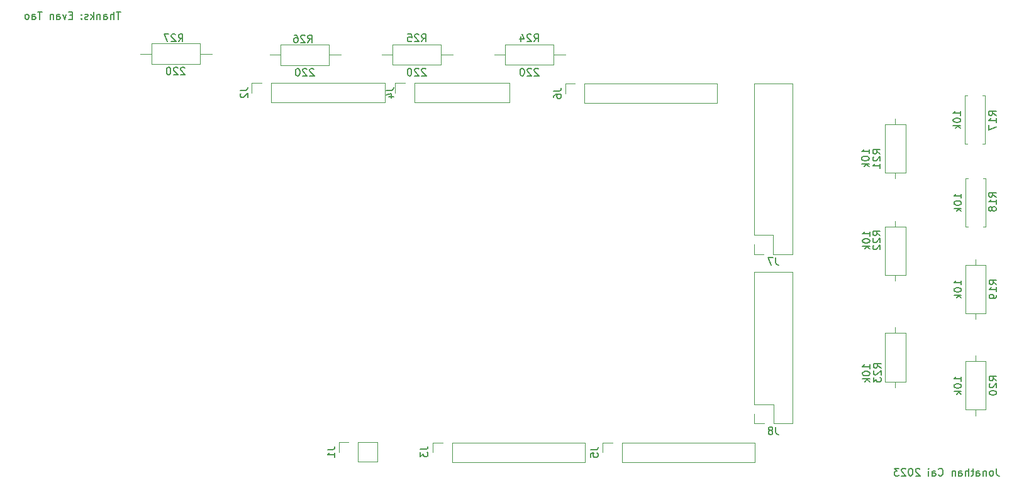
<source format=gbr>
G04 #@! TF.GenerationSoftware,KiCad,Pcbnew,7.0.2*
G04 #@! TF.CreationDate,2023-05-10T23:43:37-04:00*
G04 #@! TF.ProjectId,Tetris,54657472-6973-42e6-9b69-6361645f7063,rev?*
G04 #@! TF.SameCoordinates,Original*
G04 #@! TF.FileFunction,Legend,Bot*
G04 #@! TF.FilePolarity,Positive*
%FSLAX46Y46*%
G04 Gerber Fmt 4.6, Leading zero omitted, Abs format (unit mm)*
G04 Created by KiCad (PCBNEW 7.0.2) date 2023-05-10 23:43:37*
%MOMM*%
%LPD*%
G01*
G04 APERTURE LIST*
%ADD10C,0.150000*%
%ADD11C,0.120000*%
G04 APERTURE END LIST*
D10*
X101797620Y-71202619D02*
X101226192Y-71202619D01*
X101511906Y-72202619D02*
X101511906Y-71202619D01*
X100892858Y-72202619D02*
X100892858Y-71202619D01*
X100464287Y-72202619D02*
X100464287Y-71678809D01*
X100464287Y-71678809D02*
X100511906Y-71583571D01*
X100511906Y-71583571D02*
X100607144Y-71535952D01*
X100607144Y-71535952D02*
X100750001Y-71535952D01*
X100750001Y-71535952D02*
X100845239Y-71583571D01*
X100845239Y-71583571D02*
X100892858Y-71631190D01*
X99559525Y-72202619D02*
X99559525Y-71678809D01*
X99559525Y-71678809D02*
X99607144Y-71583571D01*
X99607144Y-71583571D02*
X99702382Y-71535952D01*
X99702382Y-71535952D02*
X99892858Y-71535952D01*
X99892858Y-71535952D02*
X99988096Y-71583571D01*
X99559525Y-72155000D02*
X99654763Y-72202619D01*
X99654763Y-72202619D02*
X99892858Y-72202619D01*
X99892858Y-72202619D02*
X99988096Y-72155000D01*
X99988096Y-72155000D02*
X100035715Y-72059761D01*
X100035715Y-72059761D02*
X100035715Y-71964523D01*
X100035715Y-71964523D02*
X99988096Y-71869285D01*
X99988096Y-71869285D02*
X99892858Y-71821666D01*
X99892858Y-71821666D02*
X99654763Y-71821666D01*
X99654763Y-71821666D02*
X99559525Y-71774047D01*
X99083334Y-71535952D02*
X99083334Y-72202619D01*
X99083334Y-71631190D02*
X99035715Y-71583571D01*
X99035715Y-71583571D02*
X98940477Y-71535952D01*
X98940477Y-71535952D02*
X98797620Y-71535952D01*
X98797620Y-71535952D02*
X98702382Y-71583571D01*
X98702382Y-71583571D02*
X98654763Y-71678809D01*
X98654763Y-71678809D02*
X98654763Y-72202619D01*
X98178572Y-72202619D02*
X98178572Y-71202619D01*
X98083334Y-71821666D02*
X97797620Y-72202619D01*
X97797620Y-71535952D02*
X98178572Y-71916904D01*
X97416667Y-72155000D02*
X97321429Y-72202619D01*
X97321429Y-72202619D02*
X97130953Y-72202619D01*
X97130953Y-72202619D02*
X97035715Y-72155000D01*
X97035715Y-72155000D02*
X96988096Y-72059761D01*
X96988096Y-72059761D02*
X96988096Y-72012142D01*
X96988096Y-72012142D02*
X97035715Y-71916904D01*
X97035715Y-71916904D02*
X97130953Y-71869285D01*
X97130953Y-71869285D02*
X97273810Y-71869285D01*
X97273810Y-71869285D02*
X97369048Y-71821666D01*
X97369048Y-71821666D02*
X97416667Y-71726428D01*
X97416667Y-71726428D02*
X97416667Y-71678809D01*
X97416667Y-71678809D02*
X97369048Y-71583571D01*
X97369048Y-71583571D02*
X97273810Y-71535952D01*
X97273810Y-71535952D02*
X97130953Y-71535952D01*
X97130953Y-71535952D02*
X97035715Y-71583571D01*
X96559524Y-72107380D02*
X96511905Y-72155000D01*
X96511905Y-72155000D02*
X96559524Y-72202619D01*
X96559524Y-72202619D02*
X96607143Y-72155000D01*
X96607143Y-72155000D02*
X96559524Y-72107380D01*
X96559524Y-72107380D02*
X96559524Y-72202619D01*
X96559524Y-71583571D02*
X96511905Y-71631190D01*
X96511905Y-71631190D02*
X96559524Y-71678809D01*
X96559524Y-71678809D02*
X96607143Y-71631190D01*
X96607143Y-71631190D02*
X96559524Y-71583571D01*
X96559524Y-71583571D02*
X96559524Y-71678809D01*
X95321429Y-71678809D02*
X94988096Y-71678809D01*
X94845239Y-72202619D02*
X95321429Y-72202619D01*
X95321429Y-72202619D02*
X95321429Y-71202619D01*
X95321429Y-71202619D02*
X94845239Y-71202619D01*
X94511905Y-71535952D02*
X94273810Y-72202619D01*
X94273810Y-72202619D02*
X94035715Y-71535952D01*
X93226191Y-72202619D02*
X93226191Y-71678809D01*
X93226191Y-71678809D02*
X93273810Y-71583571D01*
X93273810Y-71583571D02*
X93369048Y-71535952D01*
X93369048Y-71535952D02*
X93559524Y-71535952D01*
X93559524Y-71535952D02*
X93654762Y-71583571D01*
X93226191Y-72155000D02*
X93321429Y-72202619D01*
X93321429Y-72202619D02*
X93559524Y-72202619D01*
X93559524Y-72202619D02*
X93654762Y-72155000D01*
X93654762Y-72155000D02*
X93702381Y-72059761D01*
X93702381Y-72059761D02*
X93702381Y-71964523D01*
X93702381Y-71964523D02*
X93654762Y-71869285D01*
X93654762Y-71869285D02*
X93559524Y-71821666D01*
X93559524Y-71821666D02*
X93321429Y-71821666D01*
X93321429Y-71821666D02*
X93226191Y-71774047D01*
X92750000Y-71535952D02*
X92750000Y-72202619D01*
X92750000Y-71631190D02*
X92702381Y-71583571D01*
X92702381Y-71583571D02*
X92607143Y-71535952D01*
X92607143Y-71535952D02*
X92464286Y-71535952D01*
X92464286Y-71535952D02*
X92369048Y-71583571D01*
X92369048Y-71583571D02*
X92321429Y-71678809D01*
X92321429Y-71678809D02*
X92321429Y-72202619D01*
X91226190Y-71202619D02*
X90654762Y-71202619D01*
X90940476Y-72202619D02*
X90940476Y-71202619D01*
X89892857Y-72202619D02*
X89892857Y-71678809D01*
X89892857Y-71678809D02*
X89940476Y-71583571D01*
X89940476Y-71583571D02*
X90035714Y-71535952D01*
X90035714Y-71535952D02*
X90226190Y-71535952D01*
X90226190Y-71535952D02*
X90321428Y-71583571D01*
X89892857Y-72155000D02*
X89988095Y-72202619D01*
X89988095Y-72202619D02*
X90226190Y-72202619D01*
X90226190Y-72202619D02*
X90321428Y-72155000D01*
X90321428Y-72155000D02*
X90369047Y-72059761D01*
X90369047Y-72059761D02*
X90369047Y-71964523D01*
X90369047Y-71964523D02*
X90321428Y-71869285D01*
X90321428Y-71869285D02*
X90226190Y-71821666D01*
X90226190Y-71821666D02*
X89988095Y-71821666D01*
X89988095Y-71821666D02*
X89892857Y-71774047D01*
X89273809Y-72202619D02*
X89369047Y-72155000D01*
X89369047Y-72155000D02*
X89416666Y-72107380D01*
X89416666Y-72107380D02*
X89464285Y-72012142D01*
X89464285Y-72012142D02*
X89464285Y-71726428D01*
X89464285Y-71726428D02*
X89416666Y-71631190D01*
X89416666Y-71631190D02*
X89369047Y-71583571D01*
X89369047Y-71583571D02*
X89273809Y-71535952D01*
X89273809Y-71535952D02*
X89130952Y-71535952D01*
X89130952Y-71535952D02*
X89035714Y-71583571D01*
X89035714Y-71583571D02*
X88988095Y-71631190D01*
X88988095Y-71631190D02*
X88940476Y-71726428D01*
X88940476Y-71726428D02*
X88940476Y-72012142D01*
X88940476Y-72012142D02*
X88988095Y-72107380D01*
X88988095Y-72107380D02*
X89035714Y-72155000D01*
X89035714Y-72155000D02*
X89130952Y-72202619D01*
X89130952Y-72202619D02*
X89273809Y-72202619D01*
X219726190Y-132752619D02*
X219726190Y-133466904D01*
X219726190Y-133466904D02*
X219773809Y-133609761D01*
X219773809Y-133609761D02*
X219869047Y-133705000D01*
X219869047Y-133705000D02*
X220011904Y-133752619D01*
X220011904Y-133752619D02*
X220107142Y-133752619D01*
X219107142Y-133752619D02*
X219202380Y-133705000D01*
X219202380Y-133705000D02*
X219249999Y-133657380D01*
X219249999Y-133657380D02*
X219297618Y-133562142D01*
X219297618Y-133562142D02*
X219297618Y-133276428D01*
X219297618Y-133276428D02*
X219249999Y-133181190D01*
X219249999Y-133181190D02*
X219202380Y-133133571D01*
X219202380Y-133133571D02*
X219107142Y-133085952D01*
X219107142Y-133085952D02*
X218964285Y-133085952D01*
X218964285Y-133085952D02*
X218869047Y-133133571D01*
X218869047Y-133133571D02*
X218821428Y-133181190D01*
X218821428Y-133181190D02*
X218773809Y-133276428D01*
X218773809Y-133276428D02*
X218773809Y-133562142D01*
X218773809Y-133562142D02*
X218821428Y-133657380D01*
X218821428Y-133657380D02*
X218869047Y-133705000D01*
X218869047Y-133705000D02*
X218964285Y-133752619D01*
X218964285Y-133752619D02*
X219107142Y-133752619D01*
X218345237Y-133085952D02*
X218345237Y-133752619D01*
X218345237Y-133181190D02*
X218297618Y-133133571D01*
X218297618Y-133133571D02*
X218202380Y-133085952D01*
X218202380Y-133085952D02*
X218059523Y-133085952D01*
X218059523Y-133085952D02*
X217964285Y-133133571D01*
X217964285Y-133133571D02*
X217916666Y-133228809D01*
X217916666Y-133228809D02*
X217916666Y-133752619D01*
X217011904Y-133752619D02*
X217011904Y-133228809D01*
X217011904Y-133228809D02*
X217059523Y-133133571D01*
X217059523Y-133133571D02*
X217154761Y-133085952D01*
X217154761Y-133085952D02*
X217345237Y-133085952D01*
X217345237Y-133085952D02*
X217440475Y-133133571D01*
X217011904Y-133705000D02*
X217107142Y-133752619D01*
X217107142Y-133752619D02*
X217345237Y-133752619D01*
X217345237Y-133752619D02*
X217440475Y-133705000D01*
X217440475Y-133705000D02*
X217488094Y-133609761D01*
X217488094Y-133609761D02*
X217488094Y-133514523D01*
X217488094Y-133514523D02*
X217440475Y-133419285D01*
X217440475Y-133419285D02*
X217345237Y-133371666D01*
X217345237Y-133371666D02*
X217107142Y-133371666D01*
X217107142Y-133371666D02*
X217011904Y-133324047D01*
X216678570Y-133085952D02*
X216297618Y-133085952D01*
X216535713Y-132752619D02*
X216535713Y-133609761D01*
X216535713Y-133609761D02*
X216488094Y-133705000D01*
X216488094Y-133705000D02*
X216392856Y-133752619D01*
X216392856Y-133752619D02*
X216297618Y-133752619D01*
X215964284Y-133752619D02*
X215964284Y-132752619D01*
X215535713Y-133752619D02*
X215535713Y-133228809D01*
X215535713Y-133228809D02*
X215583332Y-133133571D01*
X215583332Y-133133571D02*
X215678570Y-133085952D01*
X215678570Y-133085952D02*
X215821427Y-133085952D01*
X215821427Y-133085952D02*
X215916665Y-133133571D01*
X215916665Y-133133571D02*
X215964284Y-133181190D01*
X214630951Y-133752619D02*
X214630951Y-133228809D01*
X214630951Y-133228809D02*
X214678570Y-133133571D01*
X214678570Y-133133571D02*
X214773808Y-133085952D01*
X214773808Y-133085952D02*
X214964284Y-133085952D01*
X214964284Y-133085952D02*
X215059522Y-133133571D01*
X214630951Y-133705000D02*
X214726189Y-133752619D01*
X214726189Y-133752619D02*
X214964284Y-133752619D01*
X214964284Y-133752619D02*
X215059522Y-133705000D01*
X215059522Y-133705000D02*
X215107141Y-133609761D01*
X215107141Y-133609761D02*
X215107141Y-133514523D01*
X215107141Y-133514523D02*
X215059522Y-133419285D01*
X215059522Y-133419285D02*
X214964284Y-133371666D01*
X214964284Y-133371666D02*
X214726189Y-133371666D01*
X214726189Y-133371666D02*
X214630951Y-133324047D01*
X214154760Y-133085952D02*
X214154760Y-133752619D01*
X214154760Y-133181190D02*
X214107141Y-133133571D01*
X214107141Y-133133571D02*
X214011903Y-133085952D01*
X214011903Y-133085952D02*
X213869046Y-133085952D01*
X213869046Y-133085952D02*
X213773808Y-133133571D01*
X213773808Y-133133571D02*
X213726189Y-133228809D01*
X213726189Y-133228809D02*
X213726189Y-133752619D01*
X211916665Y-133657380D02*
X211964284Y-133705000D01*
X211964284Y-133705000D02*
X212107141Y-133752619D01*
X212107141Y-133752619D02*
X212202379Y-133752619D01*
X212202379Y-133752619D02*
X212345236Y-133705000D01*
X212345236Y-133705000D02*
X212440474Y-133609761D01*
X212440474Y-133609761D02*
X212488093Y-133514523D01*
X212488093Y-133514523D02*
X212535712Y-133324047D01*
X212535712Y-133324047D02*
X212535712Y-133181190D01*
X212535712Y-133181190D02*
X212488093Y-132990714D01*
X212488093Y-132990714D02*
X212440474Y-132895476D01*
X212440474Y-132895476D02*
X212345236Y-132800238D01*
X212345236Y-132800238D02*
X212202379Y-132752619D01*
X212202379Y-132752619D02*
X212107141Y-132752619D01*
X212107141Y-132752619D02*
X211964284Y-132800238D01*
X211964284Y-132800238D02*
X211916665Y-132847857D01*
X211059522Y-133752619D02*
X211059522Y-133228809D01*
X211059522Y-133228809D02*
X211107141Y-133133571D01*
X211107141Y-133133571D02*
X211202379Y-133085952D01*
X211202379Y-133085952D02*
X211392855Y-133085952D01*
X211392855Y-133085952D02*
X211488093Y-133133571D01*
X211059522Y-133705000D02*
X211154760Y-133752619D01*
X211154760Y-133752619D02*
X211392855Y-133752619D01*
X211392855Y-133752619D02*
X211488093Y-133705000D01*
X211488093Y-133705000D02*
X211535712Y-133609761D01*
X211535712Y-133609761D02*
X211535712Y-133514523D01*
X211535712Y-133514523D02*
X211488093Y-133419285D01*
X211488093Y-133419285D02*
X211392855Y-133371666D01*
X211392855Y-133371666D02*
X211154760Y-133371666D01*
X211154760Y-133371666D02*
X211059522Y-133324047D01*
X210583331Y-133752619D02*
X210583331Y-133085952D01*
X210583331Y-132752619D02*
X210630950Y-132800238D01*
X210630950Y-132800238D02*
X210583331Y-132847857D01*
X210583331Y-132847857D02*
X210535712Y-132800238D01*
X210535712Y-132800238D02*
X210583331Y-132752619D01*
X210583331Y-132752619D02*
X210583331Y-132847857D01*
X209392855Y-132847857D02*
X209345236Y-132800238D01*
X209345236Y-132800238D02*
X209249998Y-132752619D01*
X209249998Y-132752619D02*
X209011903Y-132752619D01*
X209011903Y-132752619D02*
X208916665Y-132800238D01*
X208916665Y-132800238D02*
X208869046Y-132847857D01*
X208869046Y-132847857D02*
X208821427Y-132943095D01*
X208821427Y-132943095D02*
X208821427Y-133038333D01*
X208821427Y-133038333D02*
X208869046Y-133181190D01*
X208869046Y-133181190D02*
X209440474Y-133752619D01*
X209440474Y-133752619D02*
X208821427Y-133752619D01*
X208202379Y-132752619D02*
X208107141Y-132752619D01*
X208107141Y-132752619D02*
X208011903Y-132800238D01*
X208011903Y-132800238D02*
X207964284Y-132847857D01*
X207964284Y-132847857D02*
X207916665Y-132943095D01*
X207916665Y-132943095D02*
X207869046Y-133133571D01*
X207869046Y-133133571D02*
X207869046Y-133371666D01*
X207869046Y-133371666D02*
X207916665Y-133562142D01*
X207916665Y-133562142D02*
X207964284Y-133657380D01*
X207964284Y-133657380D02*
X208011903Y-133705000D01*
X208011903Y-133705000D02*
X208107141Y-133752619D01*
X208107141Y-133752619D02*
X208202379Y-133752619D01*
X208202379Y-133752619D02*
X208297617Y-133705000D01*
X208297617Y-133705000D02*
X208345236Y-133657380D01*
X208345236Y-133657380D02*
X208392855Y-133562142D01*
X208392855Y-133562142D02*
X208440474Y-133371666D01*
X208440474Y-133371666D02*
X208440474Y-133133571D01*
X208440474Y-133133571D02*
X208392855Y-132943095D01*
X208392855Y-132943095D02*
X208345236Y-132847857D01*
X208345236Y-132847857D02*
X208297617Y-132800238D01*
X208297617Y-132800238D02*
X208202379Y-132752619D01*
X207488093Y-132847857D02*
X207440474Y-132800238D01*
X207440474Y-132800238D02*
X207345236Y-132752619D01*
X207345236Y-132752619D02*
X207107141Y-132752619D01*
X207107141Y-132752619D02*
X207011903Y-132800238D01*
X207011903Y-132800238D02*
X206964284Y-132847857D01*
X206964284Y-132847857D02*
X206916665Y-132943095D01*
X206916665Y-132943095D02*
X206916665Y-133038333D01*
X206916665Y-133038333D02*
X206964284Y-133181190D01*
X206964284Y-133181190D02*
X207535712Y-133752619D01*
X207535712Y-133752619D02*
X206916665Y-133752619D01*
X206583331Y-132752619D02*
X205964284Y-132752619D01*
X205964284Y-132752619D02*
X206297617Y-133133571D01*
X206297617Y-133133571D02*
X206154760Y-133133571D01*
X206154760Y-133133571D02*
X206059522Y-133181190D01*
X206059522Y-133181190D02*
X206011903Y-133228809D01*
X206011903Y-133228809D02*
X205964284Y-133324047D01*
X205964284Y-133324047D02*
X205964284Y-133562142D01*
X205964284Y-133562142D02*
X206011903Y-133657380D01*
X206011903Y-133657380D02*
X206059522Y-133705000D01*
X206059522Y-133705000D02*
X206154760Y-133752619D01*
X206154760Y-133752619D02*
X206440474Y-133752619D01*
X206440474Y-133752619D02*
X206535712Y-133705000D01*
X206535712Y-133705000D02*
X206583331Y-133657380D01*
G04 #@! TO.C,J7*
X189995333Y-104322619D02*
X189995333Y-105036904D01*
X189995333Y-105036904D02*
X190042952Y-105179761D01*
X190042952Y-105179761D02*
X190138190Y-105275000D01*
X190138190Y-105275000D02*
X190281047Y-105322619D01*
X190281047Y-105322619D02*
X190376285Y-105322619D01*
X189614380Y-104322619D02*
X188947714Y-104322619D01*
X188947714Y-104322619D02*
X189376285Y-105322619D01*
G04 #@! TO.C,R27*
X109592857Y-75212619D02*
X109926190Y-74736428D01*
X110164285Y-75212619D02*
X110164285Y-74212619D01*
X110164285Y-74212619D02*
X109783333Y-74212619D01*
X109783333Y-74212619D02*
X109688095Y-74260238D01*
X109688095Y-74260238D02*
X109640476Y-74307857D01*
X109640476Y-74307857D02*
X109592857Y-74403095D01*
X109592857Y-74403095D02*
X109592857Y-74545952D01*
X109592857Y-74545952D02*
X109640476Y-74641190D01*
X109640476Y-74641190D02*
X109688095Y-74688809D01*
X109688095Y-74688809D02*
X109783333Y-74736428D01*
X109783333Y-74736428D02*
X110164285Y-74736428D01*
X109211904Y-74307857D02*
X109164285Y-74260238D01*
X109164285Y-74260238D02*
X109069047Y-74212619D01*
X109069047Y-74212619D02*
X108830952Y-74212619D01*
X108830952Y-74212619D02*
X108735714Y-74260238D01*
X108735714Y-74260238D02*
X108688095Y-74307857D01*
X108688095Y-74307857D02*
X108640476Y-74403095D01*
X108640476Y-74403095D02*
X108640476Y-74498333D01*
X108640476Y-74498333D02*
X108688095Y-74641190D01*
X108688095Y-74641190D02*
X109259523Y-75212619D01*
X109259523Y-75212619D02*
X108640476Y-75212619D01*
X108307142Y-74212619D02*
X107640476Y-74212619D01*
X107640476Y-74212619D02*
X108069047Y-75212619D01*
X110458094Y-78777857D02*
X110410475Y-78730238D01*
X110410475Y-78730238D02*
X110315237Y-78682619D01*
X110315237Y-78682619D02*
X110077142Y-78682619D01*
X110077142Y-78682619D02*
X109981904Y-78730238D01*
X109981904Y-78730238D02*
X109934285Y-78777857D01*
X109934285Y-78777857D02*
X109886666Y-78873095D01*
X109886666Y-78873095D02*
X109886666Y-78968333D01*
X109886666Y-78968333D02*
X109934285Y-79111190D01*
X109934285Y-79111190D02*
X110505713Y-79682619D01*
X110505713Y-79682619D02*
X109886666Y-79682619D01*
X109505713Y-78777857D02*
X109458094Y-78730238D01*
X109458094Y-78730238D02*
X109362856Y-78682619D01*
X109362856Y-78682619D02*
X109124761Y-78682619D01*
X109124761Y-78682619D02*
X109029523Y-78730238D01*
X109029523Y-78730238D02*
X108981904Y-78777857D01*
X108981904Y-78777857D02*
X108934285Y-78873095D01*
X108934285Y-78873095D02*
X108934285Y-78968333D01*
X108934285Y-78968333D02*
X108981904Y-79111190D01*
X108981904Y-79111190D02*
X109553332Y-79682619D01*
X109553332Y-79682619D02*
X108934285Y-79682619D01*
X108315237Y-78682619D02*
X108219999Y-78682619D01*
X108219999Y-78682619D02*
X108124761Y-78730238D01*
X108124761Y-78730238D02*
X108077142Y-78777857D01*
X108077142Y-78777857D02*
X108029523Y-78873095D01*
X108029523Y-78873095D02*
X107981904Y-79063571D01*
X107981904Y-79063571D02*
X107981904Y-79301666D01*
X107981904Y-79301666D02*
X108029523Y-79492142D01*
X108029523Y-79492142D02*
X108077142Y-79587380D01*
X108077142Y-79587380D02*
X108124761Y-79635000D01*
X108124761Y-79635000D02*
X108219999Y-79682619D01*
X108219999Y-79682619D02*
X108315237Y-79682619D01*
X108315237Y-79682619D02*
X108410475Y-79635000D01*
X108410475Y-79635000D02*
X108458094Y-79587380D01*
X108458094Y-79587380D02*
X108505713Y-79492142D01*
X108505713Y-79492142D02*
X108553332Y-79301666D01*
X108553332Y-79301666D02*
X108553332Y-79063571D01*
X108553332Y-79063571D02*
X108505713Y-78873095D01*
X108505713Y-78873095D02*
X108458094Y-78777857D01*
X108458094Y-78777857D02*
X108410475Y-78730238D01*
X108410475Y-78730238D02*
X108315237Y-78682619D01*
G04 #@! TO.C,J8*
X190013333Y-127172619D02*
X190013333Y-127886904D01*
X190013333Y-127886904D02*
X190060952Y-128029761D01*
X190060952Y-128029761D02*
X190156190Y-128125000D01*
X190156190Y-128125000D02*
X190299047Y-128172619D01*
X190299047Y-128172619D02*
X190394285Y-128172619D01*
X189394285Y-127601190D02*
X189489523Y-127553571D01*
X189489523Y-127553571D02*
X189537142Y-127505952D01*
X189537142Y-127505952D02*
X189584761Y-127410714D01*
X189584761Y-127410714D02*
X189584761Y-127363095D01*
X189584761Y-127363095D02*
X189537142Y-127267857D01*
X189537142Y-127267857D02*
X189489523Y-127220238D01*
X189489523Y-127220238D02*
X189394285Y-127172619D01*
X189394285Y-127172619D02*
X189203809Y-127172619D01*
X189203809Y-127172619D02*
X189108571Y-127220238D01*
X189108571Y-127220238D02*
X189060952Y-127267857D01*
X189060952Y-127267857D02*
X189013333Y-127363095D01*
X189013333Y-127363095D02*
X189013333Y-127410714D01*
X189013333Y-127410714D02*
X189060952Y-127505952D01*
X189060952Y-127505952D02*
X189108571Y-127553571D01*
X189108571Y-127553571D02*
X189203809Y-127601190D01*
X189203809Y-127601190D02*
X189394285Y-127601190D01*
X189394285Y-127601190D02*
X189489523Y-127648809D01*
X189489523Y-127648809D02*
X189537142Y-127696428D01*
X189537142Y-127696428D02*
X189584761Y-127791666D01*
X189584761Y-127791666D02*
X189584761Y-127982142D01*
X189584761Y-127982142D02*
X189537142Y-128077380D01*
X189537142Y-128077380D02*
X189489523Y-128125000D01*
X189489523Y-128125000D02*
X189394285Y-128172619D01*
X189394285Y-128172619D02*
X189203809Y-128172619D01*
X189203809Y-128172619D02*
X189108571Y-128125000D01*
X189108571Y-128125000D02*
X189060952Y-128077380D01*
X189060952Y-128077380D02*
X189013333Y-127982142D01*
X189013333Y-127982142D02*
X189013333Y-127791666D01*
X189013333Y-127791666D02*
X189060952Y-127696428D01*
X189060952Y-127696428D02*
X189108571Y-127648809D01*
X189108571Y-127648809D02*
X189203809Y-127601190D01*
G04 #@! TO.C,J2*
X117932619Y-81766666D02*
X118646904Y-81766666D01*
X118646904Y-81766666D02*
X118789761Y-81719047D01*
X118789761Y-81719047D02*
X118885000Y-81623809D01*
X118885000Y-81623809D02*
X118932619Y-81480952D01*
X118932619Y-81480952D02*
X118932619Y-81385714D01*
X118027857Y-82195238D02*
X117980238Y-82242857D01*
X117980238Y-82242857D02*
X117932619Y-82338095D01*
X117932619Y-82338095D02*
X117932619Y-82576190D01*
X117932619Y-82576190D02*
X117980238Y-82671428D01*
X117980238Y-82671428D02*
X118027857Y-82719047D01*
X118027857Y-82719047D02*
X118123095Y-82766666D01*
X118123095Y-82766666D02*
X118218333Y-82766666D01*
X118218333Y-82766666D02*
X118361190Y-82719047D01*
X118361190Y-82719047D02*
X118932619Y-82147619D01*
X118932619Y-82147619D02*
X118932619Y-82766666D01*
G04 #@! TO.C,R19*
X219732619Y-107957142D02*
X219256428Y-107623809D01*
X219732619Y-107385714D02*
X218732619Y-107385714D01*
X218732619Y-107385714D02*
X218732619Y-107766666D01*
X218732619Y-107766666D02*
X218780238Y-107861904D01*
X218780238Y-107861904D02*
X218827857Y-107909523D01*
X218827857Y-107909523D02*
X218923095Y-107957142D01*
X218923095Y-107957142D02*
X219065952Y-107957142D01*
X219065952Y-107957142D02*
X219161190Y-107909523D01*
X219161190Y-107909523D02*
X219208809Y-107861904D01*
X219208809Y-107861904D02*
X219256428Y-107766666D01*
X219256428Y-107766666D02*
X219256428Y-107385714D01*
X219732619Y-108909523D02*
X219732619Y-108338095D01*
X219732619Y-108623809D02*
X218732619Y-108623809D01*
X218732619Y-108623809D02*
X218875476Y-108528571D01*
X218875476Y-108528571D02*
X218970714Y-108433333D01*
X218970714Y-108433333D02*
X219018333Y-108338095D01*
X219732619Y-109385714D02*
X219732619Y-109576190D01*
X219732619Y-109576190D02*
X219685000Y-109671428D01*
X219685000Y-109671428D02*
X219637380Y-109719047D01*
X219637380Y-109719047D02*
X219494523Y-109814285D01*
X219494523Y-109814285D02*
X219304047Y-109861904D01*
X219304047Y-109861904D02*
X218923095Y-109861904D01*
X218923095Y-109861904D02*
X218827857Y-109814285D01*
X218827857Y-109814285D02*
X218780238Y-109766666D01*
X218780238Y-109766666D02*
X218732619Y-109671428D01*
X218732619Y-109671428D02*
X218732619Y-109480952D01*
X218732619Y-109480952D02*
X218780238Y-109385714D01*
X218780238Y-109385714D02*
X218827857Y-109338095D01*
X218827857Y-109338095D02*
X218923095Y-109290476D01*
X218923095Y-109290476D02*
X219161190Y-109290476D01*
X219161190Y-109290476D02*
X219256428Y-109338095D01*
X219256428Y-109338095D02*
X219304047Y-109385714D01*
X219304047Y-109385714D02*
X219351666Y-109480952D01*
X219351666Y-109480952D02*
X219351666Y-109671428D01*
X219351666Y-109671428D02*
X219304047Y-109766666D01*
X219304047Y-109766666D02*
X219256428Y-109814285D01*
X219256428Y-109814285D02*
X219161190Y-109861904D01*
X214992619Y-108004761D02*
X214992619Y-107433333D01*
X214992619Y-107719047D02*
X213992619Y-107719047D01*
X213992619Y-107719047D02*
X214135476Y-107623809D01*
X214135476Y-107623809D02*
X214230714Y-107528571D01*
X214230714Y-107528571D02*
X214278333Y-107433333D01*
X213992619Y-108623809D02*
X213992619Y-108719047D01*
X213992619Y-108719047D02*
X214040238Y-108814285D01*
X214040238Y-108814285D02*
X214087857Y-108861904D01*
X214087857Y-108861904D02*
X214183095Y-108909523D01*
X214183095Y-108909523D02*
X214373571Y-108957142D01*
X214373571Y-108957142D02*
X214611666Y-108957142D01*
X214611666Y-108957142D02*
X214802142Y-108909523D01*
X214802142Y-108909523D02*
X214897380Y-108861904D01*
X214897380Y-108861904D02*
X214945000Y-108814285D01*
X214945000Y-108814285D02*
X214992619Y-108719047D01*
X214992619Y-108719047D02*
X214992619Y-108623809D01*
X214992619Y-108623809D02*
X214945000Y-108528571D01*
X214945000Y-108528571D02*
X214897380Y-108480952D01*
X214897380Y-108480952D02*
X214802142Y-108433333D01*
X214802142Y-108433333D02*
X214611666Y-108385714D01*
X214611666Y-108385714D02*
X214373571Y-108385714D01*
X214373571Y-108385714D02*
X214183095Y-108433333D01*
X214183095Y-108433333D02*
X214087857Y-108480952D01*
X214087857Y-108480952D02*
X214040238Y-108528571D01*
X214040238Y-108528571D02*
X213992619Y-108623809D01*
X214992619Y-109385714D02*
X213992619Y-109385714D01*
X214611666Y-109480952D02*
X214992619Y-109766666D01*
X214325952Y-109766666D02*
X214706904Y-109385714D01*
G04 #@! TO.C,J1*
X129657619Y-130216666D02*
X130371904Y-130216666D01*
X130371904Y-130216666D02*
X130514761Y-130169047D01*
X130514761Y-130169047D02*
X130610000Y-130073809D01*
X130610000Y-130073809D02*
X130657619Y-129930952D01*
X130657619Y-129930952D02*
X130657619Y-129835714D01*
X130657619Y-131216666D02*
X130657619Y-130645238D01*
X130657619Y-130930952D02*
X129657619Y-130930952D01*
X129657619Y-130930952D02*
X129800476Y-130835714D01*
X129800476Y-130835714D02*
X129895714Y-130740476D01*
X129895714Y-130740476D02*
X129943333Y-130645238D01*
G04 #@! TO.C,R25*
X142332857Y-75212619D02*
X142666190Y-74736428D01*
X142904285Y-75212619D02*
X142904285Y-74212619D01*
X142904285Y-74212619D02*
X142523333Y-74212619D01*
X142523333Y-74212619D02*
X142428095Y-74260238D01*
X142428095Y-74260238D02*
X142380476Y-74307857D01*
X142380476Y-74307857D02*
X142332857Y-74403095D01*
X142332857Y-74403095D02*
X142332857Y-74545952D01*
X142332857Y-74545952D02*
X142380476Y-74641190D01*
X142380476Y-74641190D02*
X142428095Y-74688809D01*
X142428095Y-74688809D02*
X142523333Y-74736428D01*
X142523333Y-74736428D02*
X142904285Y-74736428D01*
X141951904Y-74307857D02*
X141904285Y-74260238D01*
X141904285Y-74260238D02*
X141809047Y-74212619D01*
X141809047Y-74212619D02*
X141570952Y-74212619D01*
X141570952Y-74212619D02*
X141475714Y-74260238D01*
X141475714Y-74260238D02*
X141428095Y-74307857D01*
X141428095Y-74307857D02*
X141380476Y-74403095D01*
X141380476Y-74403095D02*
X141380476Y-74498333D01*
X141380476Y-74498333D02*
X141428095Y-74641190D01*
X141428095Y-74641190D02*
X141999523Y-75212619D01*
X141999523Y-75212619D02*
X141380476Y-75212619D01*
X140475714Y-74212619D02*
X140951904Y-74212619D01*
X140951904Y-74212619D02*
X140999523Y-74688809D01*
X140999523Y-74688809D02*
X140951904Y-74641190D01*
X140951904Y-74641190D02*
X140856666Y-74593571D01*
X140856666Y-74593571D02*
X140618571Y-74593571D01*
X140618571Y-74593571D02*
X140523333Y-74641190D01*
X140523333Y-74641190D02*
X140475714Y-74688809D01*
X140475714Y-74688809D02*
X140428095Y-74784047D01*
X140428095Y-74784047D02*
X140428095Y-75022142D01*
X140428095Y-75022142D02*
X140475714Y-75117380D01*
X140475714Y-75117380D02*
X140523333Y-75165000D01*
X140523333Y-75165000D02*
X140618571Y-75212619D01*
X140618571Y-75212619D02*
X140856666Y-75212619D01*
X140856666Y-75212619D02*
X140951904Y-75165000D01*
X140951904Y-75165000D02*
X140999523Y-75117380D01*
X142898094Y-78927857D02*
X142850475Y-78880238D01*
X142850475Y-78880238D02*
X142755237Y-78832619D01*
X142755237Y-78832619D02*
X142517142Y-78832619D01*
X142517142Y-78832619D02*
X142421904Y-78880238D01*
X142421904Y-78880238D02*
X142374285Y-78927857D01*
X142374285Y-78927857D02*
X142326666Y-79023095D01*
X142326666Y-79023095D02*
X142326666Y-79118333D01*
X142326666Y-79118333D02*
X142374285Y-79261190D01*
X142374285Y-79261190D02*
X142945713Y-79832619D01*
X142945713Y-79832619D02*
X142326666Y-79832619D01*
X141945713Y-78927857D02*
X141898094Y-78880238D01*
X141898094Y-78880238D02*
X141802856Y-78832619D01*
X141802856Y-78832619D02*
X141564761Y-78832619D01*
X141564761Y-78832619D02*
X141469523Y-78880238D01*
X141469523Y-78880238D02*
X141421904Y-78927857D01*
X141421904Y-78927857D02*
X141374285Y-79023095D01*
X141374285Y-79023095D02*
X141374285Y-79118333D01*
X141374285Y-79118333D02*
X141421904Y-79261190D01*
X141421904Y-79261190D02*
X141993332Y-79832619D01*
X141993332Y-79832619D02*
X141374285Y-79832619D01*
X140755237Y-78832619D02*
X140659999Y-78832619D01*
X140659999Y-78832619D02*
X140564761Y-78880238D01*
X140564761Y-78880238D02*
X140517142Y-78927857D01*
X140517142Y-78927857D02*
X140469523Y-79023095D01*
X140469523Y-79023095D02*
X140421904Y-79213571D01*
X140421904Y-79213571D02*
X140421904Y-79451666D01*
X140421904Y-79451666D02*
X140469523Y-79642142D01*
X140469523Y-79642142D02*
X140517142Y-79737380D01*
X140517142Y-79737380D02*
X140564761Y-79785000D01*
X140564761Y-79785000D02*
X140659999Y-79832619D01*
X140659999Y-79832619D02*
X140755237Y-79832619D01*
X140755237Y-79832619D02*
X140850475Y-79785000D01*
X140850475Y-79785000D02*
X140898094Y-79737380D01*
X140898094Y-79737380D02*
X140945713Y-79642142D01*
X140945713Y-79642142D02*
X140993332Y-79451666D01*
X140993332Y-79451666D02*
X140993332Y-79213571D01*
X140993332Y-79213571D02*
X140945713Y-79023095D01*
X140945713Y-79023095D02*
X140898094Y-78927857D01*
X140898094Y-78927857D02*
X140850475Y-78880238D01*
X140850475Y-78880238D02*
X140755237Y-78832619D01*
G04 #@! TO.C,R18*
X219662619Y-96157142D02*
X219186428Y-95823809D01*
X219662619Y-95585714D02*
X218662619Y-95585714D01*
X218662619Y-95585714D02*
X218662619Y-95966666D01*
X218662619Y-95966666D02*
X218710238Y-96061904D01*
X218710238Y-96061904D02*
X218757857Y-96109523D01*
X218757857Y-96109523D02*
X218853095Y-96157142D01*
X218853095Y-96157142D02*
X218995952Y-96157142D01*
X218995952Y-96157142D02*
X219091190Y-96109523D01*
X219091190Y-96109523D02*
X219138809Y-96061904D01*
X219138809Y-96061904D02*
X219186428Y-95966666D01*
X219186428Y-95966666D02*
X219186428Y-95585714D01*
X219662619Y-97109523D02*
X219662619Y-96538095D01*
X219662619Y-96823809D02*
X218662619Y-96823809D01*
X218662619Y-96823809D02*
X218805476Y-96728571D01*
X218805476Y-96728571D02*
X218900714Y-96633333D01*
X218900714Y-96633333D02*
X218948333Y-96538095D01*
X219091190Y-97680952D02*
X219043571Y-97585714D01*
X219043571Y-97585714D02*
X218995952Y-97538095D01*
X218995952Y-97538095D02*
X218900714Y-97490476D01*
X218900714Y-97490476D02*
X218853095Y-97490476D01*
X218853095Y-97490476D02*
X218757857Y-97538095D01*
X218757857Y-97538095D02*
X218710238Y-97585714D01*
X218710238Y-97585714D02*
X218662619Y-97680952D01*
X218662619Y-97680952D02*
X218662619Y-97871428D01*
X218662619Y-97871428D02*
X218710238Y-97966666D01*
X218710238Y-97966666D02*
X218757857Y-98014285D01*
X218757857Y-98014285D02*
X218853095Y-98061904D01*
X218853095Y-98061904D02*
X218900714Y-98061904D01*
X218900714Y-98061904D02*
X218995952Y-98014285D01*
X218995952Y-98014285D02*
X219043571Y-97966666D01*
X219043571Y-97966666D02*
X219091190Y-97871428D01*
X219091190Y-97871428D02*
X219091190Y-97680952D01*
X219091190Y-97680952D02*
X219138809Y-97585714D01*
X219138809Y-97585714D02*
X219186428Y-97538095D01*
X219186428Y-97538095D02*
X219281666Y-97490476D01*
X219281666Y-97490476D02*
X219472142Y-97490476D01*
X219472142Y-97490476D02*
X219567380Y-97538095D01*
X219567380Y-97538095D02*
X219615000Y-97585714D01*
X219615000Y-97585714D02*
X219662619Y-97680952D01*
X219662619Y-97680952D02*
X219662619Y-97871428D01*
X219662619Y-97871428D02*
X219615000Y-97966666D01*
X219615000Y-97966666D02*
X219567380Y-98014285D01*
X219567380Y-98014285D02*
X219472142Y-98061904D01*
X219472142Y-98061904D02*
X219281666Y-98061904D01*
X219281666Y-98061904D02*
X219186428Y-98014285D01*
X219186428Y-98014285D02*
X219138809Y-97966666D01*
X219138809Y-97966666D02*
X219091190Y-97871428D01*
X214992619Y-96304761D02*
X214992619Y-95733333D01*
X214992619Y-96019047D02*
X213992619Y-96019047D01*
X213992619Y-96019047D02*
X214135476Y-95923809D01*
X214135476Y-95923809D02*
X214230714Y-95828571D01*
X214230714Y-95828571D02*
X214278333Y-95733333D01*
X213992619Y-96923809D02*
X213992619Y-97019047D01*
X213992619Y-97019047D02*
X214040238Y-97114285D01*
X214040238Y-97114285D02*
X214087857Y-97161904D01*
X214087857Y-97161904D02*
X214183095Y-97209523D01*
X214183095Y-97209523D02*
X214373571Y-97257142D01*
X214373571Y-97257142D02*
X214611666Y-97257142D01*
X214611666Y-97257142D02*
X214802142Y-97209523D01*
X214802142Y-97209523D02*
X214897380Y-97161904D01*
X214897380Y-97161904D02*
X214945000Y-97114285D01*
X214945000Y-97114285D02*
X214992619Y-97019047D01*
X214992619Y-97019047D02*
X214992619Y-96923809D01*
X214992619Y-96923809D02*
X214945000Y-96828571D01*
X214945000Y-96828571D02*
X214897380Y-96780952D01*
X214897380Y-96780952D02*
X214802142Y-96733333D01*
X214802142Y-96733333D02*
X214611666Y-96685714D01*
X214611666Y-96685714D02*
X214373571Y-96685714D01*
X214373571Y-96685714D02*
X214183095Y-96733333D01*
X214183095Y-96733333D02*
X214087857Y-96780952D01*
X214087857Y-96780952D02*
X214040238Y-96828571D01*
X214040238Y-96828571D02*
X213992619Y-96923809D01*
X214992619Y-97685714D02*
X213992619Y-97685714D01*
X214611666Y-97780952D02*
X214992619Y-98066666D01*
X214325952Y-98066666D02*
X214706904Y-97685714D01*
G04 #@! TO.C,R17*
X219662619Y-85157142D02*
X219186428Y-84823809D01*
X219662619Y-84585714D02*
X218662619Y-84585714D01*
X218662619Y-84585714D02*
X218662619Y-84966666D01*
X218662619Y-84966666D02*
X218710238Y-85061904D01*
X218710238Y-85061904D02*
X218757857Y-85109523D01*
X218757857Y-85109523D02*
X218853095Y-85157142D01*
X218853095Y-85157142D02*
X218995952Y-85157142D01*
X218995952Y-85157142D02*
X219091190Y-85109523D01*
X219091190Y-85109523D02*
X219138809Y-85061904D01*
X219138809Y-85061904D02*
X219186428Y-84966666D01*
X219186428Y-84966666D02*
X219186428Y-84585714D01*
X219662619Y-86109523D02*
X219662619Y-85538095D01*
X219662619Y-85823809D02*
X218662619Y-85823809D01*
X218662619Y-85823809D02*
X218805476Y-85728571D01*
X218805476Y-85728571D02*
X218900714Y-85633333D01*
X218900714Y-85633333D02*
X218948333Y-85538095D01*
X218662619Y-86442857D02*
X218662619Y-87109523D01*
X218662619Y-87109523D02*
X219662619Y-86680952D01*
X214892619Y-85154761D02*
X214892619Y-84583333D01*
X214892619Y-84869047D02*
X213892619Y-84869047D01*
X213892619Y-84869047D02*
X214035476Y-84773809D01*
X214035476Y-84773809D02*
X214130714Y-84678571D01*
X214130714Y-84678571D02*
X214178333Y-84583333D01*
X213892619Y-85773809D02*
X213892619Y-85869047D01*
X213892619Y-85869047D02*
X213940238Y-85964285D01*
X213940238Y-85964285D02*
X213987857Y-86011904D01*
X213987857Y-86011904D02*
X214083095Y-86059523D01*
X214083095Y-86059523D02*
X214273571Y-86107142D01*
X214273571Y-86107142D02*
X214511666Y-86107142D01*
X214511666Y-86107142D02*
X214702142Y-86059523D01*
X214702142Y-86059523D02*
X214797380Y-86011904D01*
X214797380Y-86011904D02*
X214845000Y-85964285D01*
X214845000Y-85964285D02*
X214892619Y-85869047D01*
X214892619Y-85869047D02*
X214892619Y-85773809D01*
X214892619Y-85773809D02*
X214845000Y-85678571D01*
X214845000Y-85678571D02*
X214797380Y-85630952D01*
X214797380Y-85630952D02*
X214702142Y-85583333D01*
X214702142Y-85583333D02*
X214511666Y-85535714D01*
X214511666Y-85535714D02*
X214273571Y-85535714D01*
X214273571Y-85535714D02*
X214083095Y-85583333D01*
X214083095Y-85583333D02*
X213987857Y-85630952D01*
X213987857Y-85630952D02*
X213940238Y-85678571D01*
X213940238Y-85678571D02*
X213892619Y-85773809D01*
X214892619Y-86535714D02*
X213892619Y-86535714D01*
X214511666Y-86630952D02*
X214892619Y-86916666D01*
X214225952Y-86916666D02*
X214606904Y-86535714D01*
G04 #@! TO.C,R26*
X127017857Y-75327619D02*
X127351190Y-74851428D01*
X127589285Y-75327619D02*
X127589285Y-74327619D01*
X127589285Y-74327619D02*
X127208333Y-74327619D01*
X127208333Y-74327619D02*
X127113095Y-74375238D01*
X127113095Y-74375238D02*
X127065476Y-74422857D01*
X127065476Y-74422857D02*
X127017857Y-74518095D01*
X127017857Y-74518095D02*
X127017857Y-74660952D01*
X127017857Y-74660952D02*
X127065476Y-74756190D01*
X127065476Y-74756190D02*
X127113095Y-74803809D01*
X127113095Y-74803809D02*
X127208333Y-74851428D01*
X127208333Y-74851428D02*
X127589285Y-74851428D01*
X126636904Y-74422857D02*
X126589285Y-74375238D01*
X126589285Y-74375238D02*
X126494047Y-74327619D01*
X126494047Y-74327619D02*
X126255952Y-74327619D01*
X126255952Y-74327619D02*
X126160714Y-74375238D01*
X126160714Y-74375238D02*
X126113095Y-74422857D01*
X126113095Y-74422857D02*
X126065476Y-74518095D01*
X126065476Y-74518095D02*
X126065476Y-74613333D01*
X126065476Y-74613333D02*
X126113095Y-74756190D01*
X126113095Y-74756190D02*
X126684523Y-75327619D01*
X126684523Y-75327619D02*
X126065476Y-75327619D01*
X125208333Y-74327619D02*
X125398809Y-74327619D01*
X125398809Y-74327619D02*
X125494047Y-74375238D01*
X125494047Y-74375238D02*
X125541666Y-74422857D01*
X125541666Y-74422857D02*
X125636904Y-74565714D01*
X125636904Y-74565714D02*
X125684523Y-74756190D01*
X125684523Y-74756190D02*
X125684523Y-75137142D01*
X125684523Y-75137142D02*
X125636904Y-75232380D01*
X125636904Y-75232380D02*
X125589285Y-75280000D01*
X125589285Y-75280000D02*
X125494047Y-75327619D01*
X125494047Y-75327619D02*
X125303571Y-75327619D01*
X125303571Y-75327619D02*
X125208333Y-75280000D01*
X125208333Y-75280000D02*
X125160714Y-75232380D01*
X125160714Y-75232380D02*
X125113095Y-75137142D01*
X125113095Y-75137142D02*
X125113095Y-74899047D01*
X125113095Y-74899047D02*
X125160714Y-74803809D01*
X125160714Y-74803809D02*
X125208333Y-74756190D01*
X125208333Y-74756190D02*
X125303571Y-74708571D01*
X125303571Y-74708571D02*
X125494047Y-74708571D01*
X125494047Y-74708571D02*
X125589285Y-74756190D01*
X125589285Y-74756190D02*
X125636904Y-74803809D01*
X125636904Y-74803809D02*
X125684523Y-74899047D01*
X127833094Y-78942857D02*
X127785475Y-78895238D01*
X127785475Y-78895238D02*
X127690237Y-78847619D01*
X127690237Y-78847619D02*
X127452142Y-78847619D01*
X127452142Y-78847619D02*
X127356904Y-78895238D01*
X127356904Y-78895238D02*
X127309285Y-78942857D01*
X127309285Y-78942857D02*
X127261666Y-79038095D01*
X127261666Y-79038095D02*
X127261666Y-79133333D01*
X127261666Y-79133333D02*
X127309285Y-79276190D01*
X127309285Y-79276190D02*
X127880713Y-79847619D01*
X127880713Y-79847619D02*
X127261666Y-79847619D01*
X126880713Y-78942857D02*
X126833094Y-78895238D01*
X126833094Y-78895238D02*
X126737856Y-78847619D01*
X126737856Y-78847619D02*
X126499761Y-78847619D01*
X126499761Y-78847619D02*
X126404523Y-78895238D01*
X126404523Y-78895238D02*
X126356904Y-78942857D01*
X126356904Y-78942857D02*
X126309285Y-79038095D01*
X126309285Y-79038095D02*
X126309285Y-79133333D01*
X126309285Y-79133333D02*
X126356904Y-79276190D01*
X126356904Y-79276190D02*
X126928332Y-79847619D01*
X126928332Y-79847619D02*
X126309285Y-79847619D01*
X125690237Y-78847619D02*
X125594999Y-78847619D01*
X125594999Y-78847619D02*
X125499761Y-78895238D01*
X125499761Y-78895238D02*
X125452142Y-78942857D01*
X125452142Y-78942857D02*
X125404523Y-79038095D01*
X125404523Y-79038095D02*
X125356904Y-79228571D01*
X125356904Y-79228571D02*
X125356904Y-79466666D01*
X125356904Y-79466666D02*
X125404523Y-79657142D01*
X125404523Y-79657142D02*
X125452142Y-79752380D01*
X125452142Y-79752380D02*
X125499761Y-79800000D01*
X125499761Y-79800000D02*
X125594999Y-79847619D01*
X125594999Y-79847619D02*
X125690237Y-79847619D01*
X125690237Y-79847619D02*
X125785475Y-79800000D01*
X125785475Y-79800000D02*
X125833094Y-79752380D01*
X125833094Y-79752380D02*
X125880713Y-79657142D01*
X125880713Y-79657142D02*
X125928332Y-79466666D01*
X125928332Y-79466666D02*
X125928332Y-79228571D01*
X125928332Y-79228571D02*
X125880713Y-79038095D01*
X125880713Y-79038095D02*
X125833094Y-78942857D01*
X125833094Y-78942857D02*
X125785475Y-78895238D01*
X125785475Y-78895238D02*
X125690237Y-78847619D01*
G04 #@! TO.C,J5*
X165062619Y-130266666D02*
X165776904Y-130266666D01*
X165776904Y-130266666D02*
X165919761Y-130219047D01*
X165919761Y-130219047D02*
X166015000Y-130123809D01*
X166015000Y-130123809D02*
X166062619Y-129980952D01*
X166062619Y-129980952D02*
X166062619Y-129885714D01*
X165062619Y-131219047D02*
X165062619Y-130742857D01*
X165062619Y-130742857D02*
X165538809Y-130695238D01*
X165538809Y-130695238D02*
X165491190Y-130742857D01*
X165491190Y-130742857D02*
X165443571Y-130838095D01*
X165443571Y-130838095D02*
X165443571Y-131076190D01*
X165443571Y-131076190D02*
X165491190Y-131171428D01*
X165491190Y-131171428D02*
X165538809Y-131219047D01*
X165538809Y-131219047D02*
X165634047Y-131266666D01*
X165634047Y-131266666D02*
X165872142Y-131266666D01*
X165872142Y-131266666D02*
X165967380Y-131219047D01*
X165967380Y-131219047D02*
X166015000Y-131171428D01*
X166015000Y-131171428D02*
X166062619Y-131076190D01*
X166062619Y-131076190D02*
X166062619Y-130838095D01*
X166062619Y-130838095D02*
X166015000Y-130742857D01*
X166015000Y-130742857D02*
X165967380Y-130695238D01*
G04 #@! TO.C,R22*
X204062619Y-101347142D02*
X203586428Y-101013809D01*
X204062619Y-100775714D02*
X203062619Y-100775714D01*
X203062619Y-100775714D02*
X203062619Y-101156666D01*
X203062619Y-101156666D02*
X203110238Y-101251904D01*
X203110238Y-101251904D02*
X203157857Y-101299523D01*
X203157857Y-101299523D02*
X203253095Y-101347142D01*
X203253095Y-101347142D02*
X203395952Y-101347142D01*
X203395952Y-101347142D02*
X203491190Y-101299523D01*
X203491190Y-101299523D02*
X203538809Y-101251904D01*
X203538809Y-101251904D02*
X203586428Y-101156666D01*
X203586428Y-101156666D02*
X203586428Y-100775714D01*
X203157857Y-101728095D02*
X203110238Y-101775714D01*
X203110238Y-101775714D02*
X203062619Y-101870952D01*
X203062619Y-101870952D02*
X203062619Y-102109047D01*
X203062619Y-102109047D02*
X203110238Y-102204285D01*
X203110238Y-102204285D02*
X203157857Y-102251904D01*
X203157857Y-102251904D02*
X203253095Y-102299523D01*
X203253095Y-102299523D02*
X203348333Y-102299523D01*
X203348333Y-102299523D02*
X203491190Y-102251904D01*
X203491190Y-102251904D02*
X204062619Y-101680476D01*
X204062619Y-101680476D02*
X204062619Y-102299523D01*
X203157857Y-102680476D02*
X203110238Y-102728095D01*
X203110238Y-102728095D02*
X203062619Y-102823333D01*
X203062619Y-102823333D02*
X203062619Y-103061428D01*
X203062619Y-103061428D02*
X203110238Y-103156666D01*
X203110238Y-103156666D02*
X203157857Y-103204285D01*
X203157857Y-103204285D02*
X203253095Y-103251904D01*
X203253095Y-103251904D02*
X203348333Y-103251904D01*
X203348333Y-103251904D02*
X203491190Y-103204285D01*
X203491190Y-103204285D02*
X204062619Y-102632857D01*
X204062619Y-102632857D02*
X204062619Y-103251904D01*
X202662619Y-101404761D02*
X202662619Y-100833333D01*
X202662619Y-101119047D02*
X201662619Y-101119047D01*
X201662619Y-101119047D02*
X201805476Y-101023809D01*
X201805476Y-101023809D02*
X201900714Y-100928571D01*
X201900714Y-100928571D02*
X201948333Y-100833333D01*
X201662619Y-102023809D02*
X201662619Y-102119047D01*
X201662619Y-102119047D02*
X201710238Y-102214285D01*
X201710238Y-102214285D02*
X201757857Y-102261904D01*
X201757857Y-102261904D02*
X201853095Y-102309523D01*
X201853095Y-102309523D02*
X202043571Y-102357142D01*
X202043571Y-102357142D02*
X202281666Y-102357142D01*
X202281666Y-102357142D02*
X202472142Y-102309523D01*
X202472142Y-102309523D02*
X202567380Y-102261904D01*
X202567380Y-102261904D02*
X202615000Y-102214285D01*
X202615000Y-102214285D02*
X202662619Y-102119047D01*
X202662619Y-102119047D02*
X202662619Y-102023809D01*
X202662619Y-102023809D02*
X202615000Y-101928571D01*
X202615000Y-101928571D02*
X202567380Y-101880952D01*
X202567380Y-101880952D02*
X202472142Y-101833333D01*
X202472142Y-101833333D02*
X202281666Y-101785714D01*
X202281666Y-101785714D02*
X202043571Y-101785714D01*
X202043571Y-101785714D02*
X201853095Y-101833333D01*
X201853095Y-101833333D02*
X201757857Y-101880952D01*
X201757857Y-101880952D02*
X201710238Y-101928571D01*
X201710238Y-101928571D02*
X201662619Y-102023809D01*
X202662619Y-102785714D02*
X201662619Y-102785714D01*
X202281666Y-102880952D02*
X202662619Y-103166666D01*
X201995952Y-103166666D02*
X202376904Y-102785714D01*
G04 #@! TO.C,R23*
X204162619Y-119197142D02*
X203686428Y-118863809D01*
X204162619Y-118625714D02*
X203162619Y-118625714D01*
X203162619Y-118625714D02*
X203162619Y-119006666D01*
X203162619Y-119006666D02*
X203210238Y-119101904D01*
X203210238Y-119101904D02*
X203257857Y-119149523D01*
X203257857Y-119149523D02*
X203353095Y-119197142D01*
X203353095Y-119197142D02*
X203495952Y-119197142D01*
X203495952Y-119197142D02*
X203591190Y-119149523D01*
X203591190Y-119149523D02*
X203638809Y-119101904D01*
X203638809Y-119101904D02*
X203686428Y-119006666D01*
X203686428Y-119006666D02*
X203686428Y-118625714D01*
X203257857Y-119578095D02*
X203210238Y-119625714D01*
X203210238Y-119625714D02*
X203162619Y-119720952D01*
X203162619Y-119720952D02*
X203162619Y-119959047D01*
X203162619Y-119959047D02*
X203210238Y-120054285D01*
X203210238Y-120054285D02*
X203257857Y-120101904D01*
X203257857Y-120101904D02*
X203353095Y-120149523D01*
X203353095Y-120149523D02*
X203448333Y-120149523D01*
X203448333Y-120149523D02*
X203591190Y-120101904D01*
X203591190Y-120101904D02*
X204162619Y-119530476D01*
X204162619Y-119530476D02*
X204162619Y-120149523D01*
X203162619Y-120482857D02*
X203162619Y-121101904D01*
X203162619Y-121101904D02*
X203543571Y-120768571D01*
X203543571Y-120768571D02*
X203543571Y-120911428D01*
X203543571Y-120911428D02*
X203591190Y-121006666D01*
X203591190Y-121006666D02*
X203638809Y-121054285D01*
X203638809Y-121054285D02*
X203734047Y-121101904D01*
X203734047Y-121101904D02*
X203972142Y-121101904D01*
X203972142Y-121101904D02*
X204067380Y-121054285D01*
X204067380Y-121054285D02*
X204115000Y-121006666D01*
X204115000Y-121006666D02*
X204162619Y-120911428D01*
X204162619Y-120911428D02*
X204162619Y-120625714D01*
X204162619Y-120625714D02*
X204115000Y-120530476D01*
X204115000Y-120530476D02*
X204067380Y-120482857D01*
X202662619Y-119304761D02*
X202662619Y-118733333D01*
X202662619Y-119019047D02*
X201662619Y-119019047D01*
X201662619Y-119019047D02*
X201805476Y-118923809D01*
X201805476Y-118923809D02*
X201900714Y-118828571D01*
X201900714Y-118828571D02*
X201948333Y-118733333D01*
X201662619Y-119923809D02*
X201662619Y-120019047D01*
X201662619Y-120019047D02*
X201710238Y-120114285D01*
X201710238Y-120114285D02*
X201757857Y-120161904D01*
X201757857Y-120161904D02*
X201853095Y-120209523D01*
X201853095Y-120209523D02*
X202043571Y-120257142D01*
X202043571Y-120257142D02*
X202281666Y-120257142D01*
X202281666Y-120257142D02*
X202472142Y-120209523D01*
X202472142Y-120209523D02*
X202567380Y-120161904D01*
X202567380Y-120161904D02*
X202615000Y-120114285D01*
X202615000Y-120114285D02*
X202662619Y-120019047D01*
X202662619Y-120019047D02*
X202662619Y-119923809D01*
X202662619Y-119923809D02*
X202615000Y-119828571D01*
X202615000Y-119828571D02*
X202567380Y-119780952D01*
X202567380Y-119780952D02*
X202472142Y-119733333D01*
X202472142Y-119733333D02*
X202281666Y-119685714D01*
X202281666Y-119685714D02*
X202043571Y-119685714D01*
X202043571Y-119685714D02*
X201853095Y-119733333D01*
X201853095Y-119733333D02*
X201757857Y-119780952D01*
X201757857Y-119780952D02*
X201710238Y-119828571D01*
X201710238Y-119828571D02*
X201662619Y-119923809D01*
X202662619Y-120685714D02*
X201662619Y-120685714D01*
X202281666Y-120780952D02*
X202662619Y-121066666D01*
X201995952Y-121066666D02*
X202376904Y-120685714D01*
G04 #@! TO.C,R24*
X157462857Y-75212619D02*
X157796190Y-74736428D01*
X158034285Y-75212619D02*
X158034285Y-74212619D01*
X158034285Y-74212619D02*
X157653333Y-74212619D01*
X157653333Y-74212619D02*
X157558095Y-74260238D01*
X157558095Y-74260238D02*
X157510476Y-74307857D01*
X157510476Y-74307857D02*
X157462857Y-74403095D01*
X157462857Y-74403095D02*
X157462857Y-74545952D01*
X157462857Y-74545952D02*
X157510476Y-74641190D01*
X157510476Y-74641190D02*
X157558095Y-74688809D01*
X157558095Y-74688809D02*
X157653333Y-74736428D01*
X157653333Y-74736428D02*
X158034285Y-74736428D01*
X157081904Y-74307857D02*
X157034285Y-74260238D01*
X157034285Y-74260238D02*
X156939047Y-74212619D01*
X156939047Y-74212619D02*
X156700952Y-74212619D01*
X156700952Y-74212619D02*
X156605714Y-74260238D01*
X156605714Y-74260238D02*
X156558095Y-74307857D01*
X156558095Y-74307857D02*
X156510476Y-74403095D01*
X156510476Y-74403095D02*
X156510476Y-74498333D01*
X156510476Y-74498333D02*
X156558095Y-74641190D01*
X156558095Y-74641190D02*
X157129523Y-75212619D01*
X157129523Y-75212619D02*
X156510476Y-75212619D01*
X155653333Y-74545952D02*
X155653333Y-75212619D01*
X155891428Y-74165000D02*
X156129523Y-74879285D01*
X156129523Y-74879285D02*
X155510476Y-74879285D01*
X158058094Y-78927857D02*
X158010475Y-78880238D01*
X158010475Y-78880238D02*
X157915237Y-78832619D01*
X157915237Y-78832619D02*
X157677142Y-78832619D01*
X157677142Y-78832619D02*
X157581904Y-78880238D01*
X157581904Y-78880238D02*
X157534285Y-78927857D01*
X157534285Y-78927857D02*
X157486666Y-79023095D01*
X157486666Y-79023095D02*
X157486666Y-79118333D01*
X157486666Y-79118333D02*
X157534285Y-79261190D01*
X157534285Y-79261190D02*
X158105713Y-79832619D01*
X158105713Y-79832619D02*
X157486666Y-79832619D01*
X157105713Y-78927857D02*
X157058094Y-78880238D01*
X157058094Y-78880238D02*
X156962856Y-78832619D01*
X156962856Y-78832619D02*
X156724761Y-78832619D01*
X156724761Y-78832619D02*
X156629523Y-78880238D01*
X156629523Y-78880238D02*
X156581904Y-78927857D01*
X156581904Y-78927857D02*
X156534285Y-79023095D01*
X156534285Y-79023095D02*
X156534285Y-79118333D01*
X156534285Y-79118333D02*
X156581904Y-79261190D01*
X156581904Y-79261190D02*
X157153332Y-79832619D01*
X157153332Y-79832619D02*
X156534285Y-79832619D01*
X155915237Y-78832619D02*
X155819999Y-78832619D01*
X155819999Y-78832619D02*
X155724761Y-78880238D01*
X155724761Y-78880238D02*
X155677142Y-78927857D01*
X155677142Y-78927857D02*
X155629523Y-79023095D01*
X155629523Y-79023095D02*
X155581904Y-79213571D01*
X155581904Y-79213571D02*
X155581904Y-79451666D01*
X155581904Y-79451666D02*
X155629523Y-79642142D01*
X155629523Y-79642142D02*
X155677142Y-79737380D01*
X155677142Y-79737380D02*
X155724761Y-79785000D01*
X155724761Y-79785000D02*
X155819999Y-79832619D01*
X155819999Y-79832619D02*
X155915237Y-79832619D01*
X155915237Y-79832619D02*
X156010475Y-79785000D01*
X156010475Y-79785000D02*
X156058094Y-79737380D01*
X156058094Y-79737380D02*
X156105713Y-79642142D01*
X156105713Y-79642142D02*
X156153332Y-79451666D01*
X156153332Y-79451666D02*
X156153332Y-79213571D01*
X156153332Y-79213571D02*
X156105713Y-79023095D01*
X156105713Y-79023095D02*
X156058094Y-78927857D01*
X156058094Y-78927857D02*
X156010475Y-78880238D01*
X156010475Y-78880238D02*
X155915237Y-78832619D01*
G04 #@! TO.C,J4*
X137587619Y-81766666D02*
X138301904Y-81766666D01*
X138301904Y-81766666D02*
X138444761Y-81719047D01*
X138444761Y-81719047D02*
X138540000Y-81623809D01*
X138540000Y-81623809D02*
X138587619Y-81480952D01*
X138587619Y-81480952D02*
X138587619Y-81385714D01*
X137920952Y-82671428D02*
X138587619Y-82671428D01*
X137540000Y-82433333D02*
X138254285Y-82195238D01*
X138254285Y-82195238D02*
X138254285Y-82814285D01*
G04 #@! TO.C,R21*
X204062619Y-90357142D02*
X203586428Y-90023809D01*
X204062619Y-89785714D02*
X203062619Y-89785714D01*
X203062619Y-89785714D02*
X203062619Y-90166666D01*
X203062619Y-90166666D02*
X203110238Y-90261904D01*
X203110238Y-90261904D02*
X203157857Y-90309523D01*
X203157857Y-90309523D02*
X203253095Y-90357142D01*
X203253095Y-90357142D02*
X203395952Y-90357142D01*
X203395952Y-90357142D02*
X203491190Y-90309523D01*
X203491190Y-90309523D02*
X203538809Y-90261904D01*
X203538809Y-90261904D02*
X203586428Y-90166666D01*
X203586428Y-90166666D02*
X203586428Y-89785714D01*
X203157857Y-90738095D02*
X203110238Y-90785714D01*
X203110238Y-90785714D02*
X203062619Y-90880952D01*
X203062619Y-90880952D02*
X203062619Y-91119047D01*
X203062619Y-91119047D02*
X203110238Y-91214285D01*
X203110238Y-91214285D02*
X203157857Y-91261904D01*
X203157857Y-91261904D02*
X203253095Y-91309523D01*
X203253095Y-91309523D02*
X203348333Y-91309523D01*
X203348333Y-91309523D02*
X203491190Y-91261904D01*
X203491190Y-91261904D02*
X204062619Y-90690476D01*
X204062619Y-90690476D02*
X204062619Y-91309523D01*
X204062619Y-92261904D02*
X204062619Y-91690476D01*
X204062619Y-91976190D02*
X203062619Y-91976190D01*
X203062619Y-91976190D02*
X203205476Y-91880952D01*
X203205476Y-91880952D02*
X203300714Y-91785714D01*
X203300714Y-91785714D02*
X203348333Y-91690476D01*
X202562619Y-90304761D02*
X202562619Y-89733333D01*
X202562619Y-90019047D02*
X201562619Y-90019047D01*
X201562619Y-90019047D02*
X201705476Y-89923809D01*
X201705476Y-89923809D02*
X201800714Y-89828571D01*
X201800714Y-89828571D02*
X201848333Y-89733333D01*
X201562619Y-90923809D02*
X201562619Y-91019047D01*
X201562619Y-91019047D02*
X201610238Y-91114285D01*
X201610238Y-91114285D02*
X201657857Y-91161904D01*
X201657857Y-91161904D02*
X201753095Y-91209523D01*
X201753095Y-91209523D02*
X201943571Y-91257142D01*
X201943571Y-91257142D02*
X202181666Y-91257142D01*
X202181666Y-91257142D02*
X202372142Y-91209523D01*
X202372142Y-91209523D02*
X202467380Y-91161904D01*
X202467380Y-91161904D02*
X202515000Y-91114285D01*
X202515000Y-91114285D02*
X202562619Y-91019047D01*
X202562619Y-91019047D02*
X202562619Y-90923809D01*
X202562619Y-90923809D02*
X202515000Y-90828571D01*
X202515000Y-90828571D02*
X202467380Y-90780952D01*
X202467380Y-90780952D02*
X202372142Y-90733333D01*
X202372142Y-90733333D02*
X202181666Y-90685714D01*
X202181666Y-90685714D02*
X201943571Y-90685714D01*
X201943571Y-90685714D02*
X201753095Y-90733333D01*
X201753095Y-90733333D02*
X201657857Y-90780952D01*
X201657857Y-90780952D02*
X201610238Y-90828571D01*
X201610238Y-90828571D02*
X201562619Y-90923809D01*
X202562619Y-91685714D02*
X201562619Y-91685714D01*
X202181666Y-91780952D02*
X202562619Y-92066666D01*
X201895952Y-92066666D02*
X202276904Y-91685714D01*
G04 #@! TO.C,R20*
X219732619Y-120937142D02*
X219256428Y-120603809D01*
X219732619Y-120365714D02*
X218732619Y-120365714D01*
X218732619Y-120365714D02*
X218732619Y-120746666D01*
X218732619Y-120746666D02*
X218780238Y-120841904D01*
X218780238Y-120841904D02*
X218827857Y-120889523D01*
X218827857Y-120889523D02*
X218923095Y-120937142D01*
X218923095Y-120937142D02*
X219065952Y-120937142D01*
X219065952Y-120937142D02*
X219161190Y-120889523D01*
X219161190Y-120889523D02*
X219208809Y-120841904D01*
X219208809Y-120841904D02*
X219256428Y-120746666D01*
X219256428Y-120746666D02*
X219256428Y-120365714D01*
X218827857Y-121318095D02*
X218780238Y-121365714D01*
X218780238Y-121365714D02*
X218732619Y-121460952D01*
X218732619Y-121460952D02*
X218732619Y-121699047D01*
X218732619Y-121699047D02*
X218780238Y-121794285D01*
X218780238Y-121794285D02*
X218827857Y-121841904D01*
X218827857Y-121841904D02*
X218923095Y-121889523D01*
X218923095Y-121889523D02*
X219018333Y-121889523D01*
X219018333Y-121889523D02*
X219161190Y-121841904D01*
X219161190Y-121841904D02*
X219732619Y-121270476D01*
X219732619Y-121270476D02*
X219732619Y-121889523D01*
X218732619Y-122508571D02*
X218732619Y-122603809D01*
X218732619Y-122603809D02*
X218780238Y-122699047D01*
X218780238Y-122699047D02*
X218827857Y-122746666D01*
X218827857Y-122746666D02*
X218923095Y-122794285D01*
X218923095Y-122794285D02*
X219113571Y-122841904D01*
X219113571Y-122841904D02*
X219351666Y-122841904D01*
X219351666Y-122841904D02*
X219542142Y-122794285D01*
X219542142Y-122794285D02*
X219637380Y-122746666D01*
X219637380Y-122746666D02*
X219685000Y-122699047D01*
X219685000Y-122699047D02*
X219732619Y-122603809D01*
X219732619Y-122603809D02*
X219732619Y-122508571D01*
X219732619Y-122508571D02*
X219685000Y-122413333D01*
X219685000Y-122413333D02*
X219637380Y-122365714D01*
X219637380Y-122365714D02*
X219542142Y-122318095D01*
X219542142Y-122318095D02*
X219351666Y-122270476D01*
X219351666Y-122270476D02*
X219113571Y-122270476D01*
X219113571Y-122270476D02*
X218923095Y-122318095D01*
X218923095Y-122318095D02*
X218827857Y-122365714D01*
X218827857Y-122365714D02*
X218780238Y-122413333D01*
X218780238Y-122413333D02*
X218732619Y-122508571D01*
X214992619Y-120984761D02*
X214992619Y-120413333D01*
X214992619Y-120699047D02*
X213992619Y-120699047D01*
X213992619Y-120699047D02*
X214135476Y-120603809D01*
X214135476Y-120603809D02*
X214230714Y-120508571D01*
X214230714Y-120508571D02*
X214278333Y-120413333D01*
X213992619Y-121603809D02*
X213992619Y-121699047D01*
X213992619Y-121699047D02*
X214040238Y-121794285D01*
X214040238Y-121794285D02*
X214087857Y-121841904D01*
X214087857Y-121841904D02*
X214183095Y-121889523D01*
X214183095Y-121889523D02*
X214373571Y-121937142D01*
X214373571Y-121937142D02*
X214611666Y-121937142D01*
X214611666Y-121937142D02*
X214802142Y-121889523D01*
X214802142Y-121889523D02*
X214897380Y-121841904D01*
X214897380Y-121841904D02*
X214945000Y-121794285D01*
X214945000Y-121794285D02*
X214992619Y-121699047D01*
X214992619Y-121699047D02*
X214992619Y-121603809D01*
X214992619Y-121603809D02*
X214945000Y-121508571D01*
X214945000Y-121508571D02*
X214897380Y-121460952D01*
X214897380Y-121460952D02*
X214802142Y-121413333D01*
X214802142Y-121413333D02*
X214611666Y-121365714D01*
X214611666Y-121365714D02*
X214373571Y-121365714D01*
X214373571Y-121365714D02*
X214183095Y-121413333D01*
X214183095Y-121413333D02*
X214087857Y-121460952D01*
X214087857Y-121460952D02*
X214040238Y-121508571D01*
X214040238Y-121508571D02*
X213992619Y-121603809D01*
X214992619Y-122365714D02*
X213992619Y-122365714D01*
X214611666Y-122460952D02*
X214992619Y-122746666D01*
X214325952Y-122746666D02*
X214706904Y-122365714D01*
G04 #@! TO.C,J6*
X160129619Y-81866666D02*
X160843904Y-81866666D01*
X160843904Y-81866666D02*
X160986761Y-81819047D01*
X160986761Y-81819047D02*
X161082000Y-81723809D01*
X161082000Y-81723809D02*
X161129619Y-81580952D01*
X161129619Y-81580952D02*
X161129619Y-81485714D01*
X160129619Y-82771428D02*
X160129619Y-82580952D01*
X160129619Y-82580952D02*
X160177238Y-82485714D01*
X160177238Y-82485714D02*
X160224857Y-82438095D01*
X160224857Y-82438095D02*
X160367714Y-82342857D01*
X160367714Y-82342857D02*
X160558190Y-82295238D01*
X160558190Y-82295238D02*
X160939142Y-82295238D01*
X160939142Y-82295238D02*
X161034380Y-82342857D01*
X161034380Y-82342857D02*
X161082000Y-82390476D01*
X161082000Y-82390476D02*
X161129619Y-82485714D01*
X161129619Y-82485714D02*
X161129619Y-82676190D01*
X161129619Y-82676190D02*
X161082000Y-82771428D01*
X161082000Y-82771428D02*
X161034380Y-82819047D01*
X161034380Y-82819047D02*
X160939142Y-82866666D01*
X160939142Y-82866666D02*
X160701047Y-82866666D01*
X160701047Y-82866666D02*
X160605809Y-82819047D01*
X160605809Y-82819047D02*
X160558190Y-82771428D01*
X160558190Y-82771428D02*
X160510571Y-82676190D01*
X160510571Y-82676190D02*
X160510571Y-82485714D01*
X160510571Y-82485714D02*
X160558190Y-82390476D01*
X160558190Y-82390476D02*
X160605809Y-82342857D01*
X160605809Y-82342857D02*
X160701047Y-82295238D01*
G04 #@! TO.C,J3*
X142162619Y-130166666D02*
X142876904Y-130166666D01*
X142876904Y-130166666D02*
X143019761Y-130119047D01*
X143019761Y-130119047D02*
X143115000Y-130023809D01*
X143115000Y-130023809D02*
X143162619Y-129880952D01*
X143162619Y-129880952D02*
X143162619Y-129785714D01*
X142162619Y-130547619D02*
X142162619Y-131166666D01*
X142162619Y-131166666D02*
X142543571Y-130833333D01*
X142543571Y-130833333D02*
X142543571Y-130976190D01*
X142543571Y-130976190D02*
X142591190Y-131071428D01*
X142591190Y-131071428D02*
X142638809Y-131119047D01*
X142638809Y-131119047D02*
X142734047Y-131166666D01*
X142734047Y-131166666D02*
X142972142Y-131166666D01*
X142972142Y-131166666D02*
X143067380Y-131119047D01*
X143067380Y-131119047D02*
X143115000Y-131071428D01*
X143115000Y-131071428D02*
X143162619Y-130976190D01*
X143162619Y-130976190D02*
X143162619Y-130690476D01*
X143162619Y-130690476D02*
X143115000Y-130595238D01*
X143115000Y-130595238D02*
X143067380Y-130547619D01*
D11*
G04 #@! TO.C,J7*
X187062000Y-80880000D02*
X192262000Y-80880000D01*
X187062000Y-101260000D02*
X187062000Y-80880000D01*
X187062000Y-101260000D02*
X189662000Y-101260000D01*
X187062000Y-102530000D02*
X187062000Y-103860000D01*
X187062000Y-103860000D02*
X188392000Y-103860000D01*
X189662000Y-101260000D02*
X189662000Y-103860000D01*
X189662000Y-103860000D02*
X192262000Y-103860000D01*
X192262000Y-103860000D02*
X192262000Y-80880000D01*
G04 #@! TO.C,R27*
X114100000Y-76850000D02*
X112490000Y-76850000D01*
X112490000Y-78220000D02*
X105950000Y-78220000D01*
X112490000Y-75480000D02*
X112490000Y-78220000D01*
X105950000Y-78220000D02*
X105950000Y-75480000D01*
X105950000Y-75480000D02*
X112490000Y-75480000D01*
X104500000Y-76850000D02*
X105950000Y-76850000D01*
G04 #@! TO.C,J8*
X187080000Y-106270000D02*
X192280000Y-106270000D01*
X187080000Y-124110000D02*
X187080000Y-106270000D01*
X187080000Y-124110000D02*
X189680000Y-124110000D01*
X187080000Y-125380000D02*
X187080000Y-126710000D01*
X187080000Y-126710000D02*
X188410000Y-126710000D01*
X189680000Y-124110000D02*
X189680000Y-126710000D01*
X189680000Y-126710000D02*
X192280000Y-126710000D01*
X192280000Y-126710000D02*
X192280000Y-106270000D01*
G04 #@! TO.C,J2*
X137370000Y-80770000D02*
X137370000Y-83430000D01*
X122070000Y-80770000D02*
X137370000Y-80770000D01*
X122070000Y-80770000D02*
X122070000Y-83430000D01*
X120800000Y-80770000D02*
X119470000Y-80770000D01*
X119470000Y-80770000D02*
X119470000Y-82100000D01*
X122070000Y-83430000D02*
X137370000Y-83430000D01*
G04 #@! TO.C,R19*
X216900000Y-112640000D02*
X216900000Y-111870000D01*
X215530000Y-111870000D02*
X215530000Y-105330000D01*
X218270000Y-111870000D02*
X215530000Y-111870000D01*
X215530000Y-105330000D02*
X218270000Y-105330000D01*
X218270000Y-105330000D02*
X218270000Y-111870000D01*
X216900000Y-104560000D02*
X216900000Y-105330000D01*
G04 #@! TO.C,J1*
X136395000Y-129220000D02*
X136395000Y-131880000D01*
X133795000Y-129220000D02*
X136395000Y-129220000D01*
X133795000Y-129220000D02*
X133795000Y-131880000D01*
X132525000Y-129220000D02*
X131195000Y-129220000D01*
X131195000Y-129220000D02*
X131195000Y-130550000D01*
X133795000Y-131880000D02*
X136395000Y-131880000D01*
G04 #@! TO.C,R25*
X146540000Y-77000000D02*
X144930000Y-77000000D01*
X144930000Y-78370000D02*
X138390000Y-78370000D01*
X144930000Y-75630000D02*
X144930000Y-78370000D01*
X138390000Y-78370000D02*
X138390000Y-75630000D01*
X138390000Y-75630000D02*
X144930000Y-75630000D01*
X136940000Y-77000000D02*
X138390000Y-77000000D01*
G04 #@! TO.C,R18*
X215530000Y-100170000D02*
X215530000Y-93630000D01*
X215860000Y-100170000D02*
X215530000Y-100170000D01*
X217940000Y-100170000D02*
X218270000Y-100170000D01*
X218270000Y-100170000D02*
X218270000Y-93630000D01*
X215530000Y-93630000D02*
X215860000Y-93630000D01*
X218270000Y-93630000D02*
X217940000Y-93630000D01*
G04 #@! TO.C,R17*
X215430000Y-89020000D02*
X215430000Y-82480000D01*
X215760000Y-89020000D02*
X215430000Y-89020000D01*
X217840000Y-89020000D02*
X218170000Y-89020000D01*
X218170000Y-89020000D02*
X218170000Y-82480000D01*
X215430000Y-82480000D02*
X215760000Y-82480000D01*
X218170000Y-82480000D02*
X217840000Y-82480000D01*
G04 #@! TO.C,R26*
X131475000Y-77015000D02*
X129865000Y-77015000D01*
X129865000Y-78385000D02*
X123325000Y-78385000D01*
X129865000Y-75645000D02*
X129865000Y-78385000D01*
X123325000Y-78385000D02*
X123325000Y-75645000D01*
X123325000Y-75645000D02*
X129865000Y-75645000D01*
X121875000Y-77015000D02*
X123325000Y-77015000D01*
G04 #@! TO.C,J5*
X187167000Y-129270000D02*
X187167000Y-131930000D01*
X169327000Y-129270000D02*
X187167000Y-129270000D01*
X169327000Y-129270000D02*
X169327000Y-131930000D01*
X168057000Y-129270000D02*
X166727000Y-129270000D01*
X166727000Y-129270000D02*
X166727000Y-130600000D01*
X169327000Y-131930000D02*
X187167000Y-131930000D01*
G04 #@! TO.C,R22*
X206100000Y-99400000D02*
X206100000Y-100170000D01*
X207470000Y-100170000D02*
X207470000Y-106710000D01*
X204730000Y-100170000D02*
X207470000Y-100170000D01*
X207470000Y-106710000D02*
X204730000Y-106710000D01*
X204730000Y-106710000D02*
X204730000Y-100170000D01*
X206100000Y-107480000D02*
X206100000Y-106710000D01*
G04 #@! TO.C,R23*
X206100000Y-113750000D02*
X206100000Y-114520000D01*
X207470000Y-114520000D02*
X207470000Y-121060000D01*
X204730000Y-114520000D02*
X207470000Y-114520000D01*
X207470000Y-121060000D02*
X204730000Y-121060000D01*
X204730000Y-121060000D02*
X204730000Y-114520000D01*
X206100000Y-121830000D02*
X206100000Y-121060000D01*
G04 #@! TO.C,R24*
X161700000Y-77000000D02*
X160090000Y-77000000D01*
X160090000Y-78370000D02*
X153550000Y-78370000D01*
X160090000Y-75630000D02*
X160090000Y-78370000D01*
X153550000Y-78370000D02*
X153550000Y-75630000D01*
X153550000Y-75630000D02*
X160090000Y-75630000D01*
X152100000Y-77000000D02*
X153550000Y-77000000D01*
G04 #@! TO.C,J4*
X154147000Y-80770000D02*
X154147000Y-83430000D01*
X141387000Y-80770000D02*
X154147000Y-80770000D01*
X141387000Y-80770000D02*
X141387000Y-83430000D01*
X140117000Y-80770000D02*
X138787000Y-80770000D01*
X138787000Y-80770000D02*
X138787000Y-82100000D01*
X141387000Y-83430000D02*
X154147000Y-83430000D01*
G04 #@! TO.C,R21*
X206100000Y-93690000D02*
X206100000Y-92920000D01*
X204730000Y-92920000D02*
X204730000Y-86380000D01*
X207470000Y-92920000D02*
X204730000Y-92920000D01*
X204730000Y-86380000D02*
X207470000Y-86380000D01*
X207470000Y-86380000D02*
X207470000Y-92920000D01*
X206100000Y-85610000D02*
X206100000Y-86380000D01*
G04 #@! TO.C,R20*
X216900000Y-125620000D02*
X216900000Y-124850000D01*
X215530000Y-124850000D02*
X215530000Y-118310000D01*
X218270000Y-124850000D02*
X215530000Y-124850000D01*
X215530000Y-118310000D02*
X218270000Y-118310000D01*
X218270000Y-118310000D02*
X218270000Y-124850000D01*
X216900000Y-117540000D02*
X216900000Y-118310000D01*
G04 #@! TO.C,J6*
X182107000Y-80870000D02*
X182107000Y-83530000D01*
X164267000Y-80870000D02*
X182107000Y-80870000D01*
X164267000Y-80870000D02*
X164267000Y-83530000D01*
X162997000Y-80870000D02*
X161667000Y-80870000D01*
X161667000Y-80870000D02*
X161667000Y-82200000D01*
X164267000Y-83530000D02*
X182107000Y-83530000D01*
G04 #@! TO.C,J3*
X164307000Y-129270000D02*
X164307000Y-131930000D01*
X146467000Y-129270000D02*
X164307000Y-129270000D01*
X146467000Y-129270000D02*
X146467000Y-131930000D01*
X145197000Y-129270000D02*
X143867000Y-129270000D01*
X143867000Y-129270000D02*
X143867000Y-130600000D01*
X146467000Y-131930000D02*
X164307000Y-131930000D01*
G04 #@! TD*
M02*

</source>
